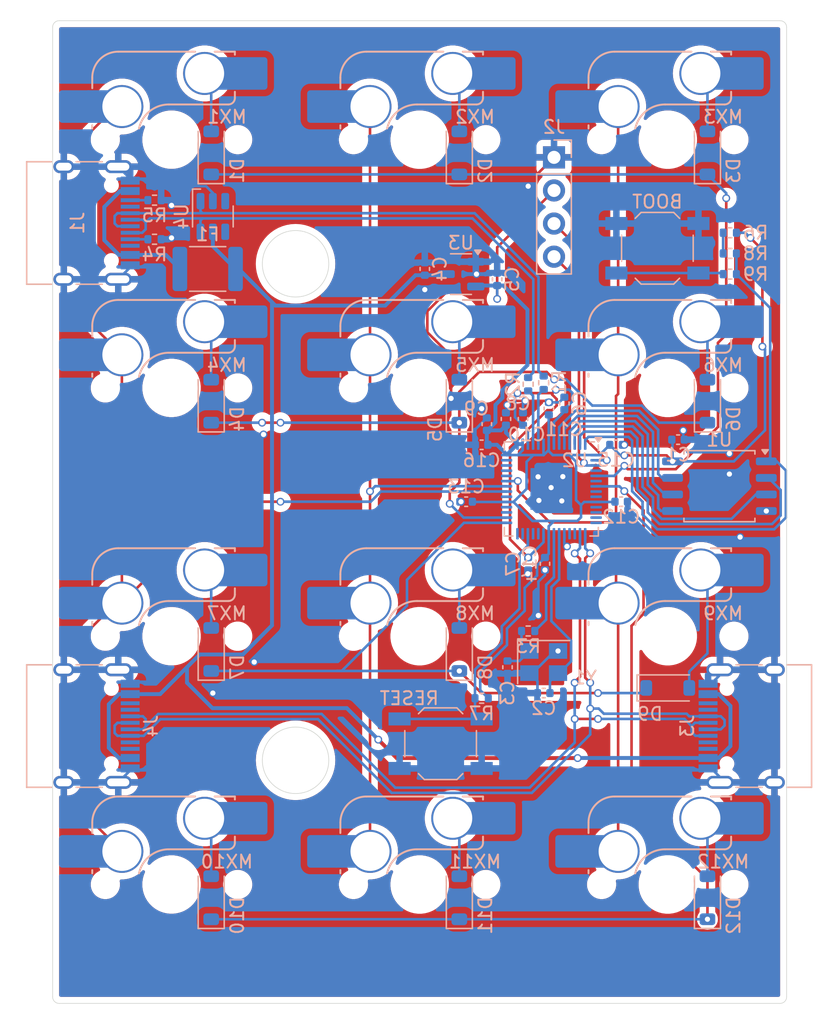
<source format=kicad_pcb>
(kicad_pcb (version 20240108) (generator "pcbnew") (generator_version "8.0")
  (layers (0 "F.Cu" signal) (31 "B.Cu" signal) (34 "B.Paste" user) (35 "F.Paste" user) (36 "B.SilkS" user "B.Silkscreen") (37 "F.SilkS" user "F.Silkscreen") (38 "B.Mask" user) (39 "F.Mask" user) (44 "Edge.Cuts" user))
  (net 0 "")
  (net 1 "Net-(BOOT1-Pad2)")
  (net 2 "GND")
  (net 3 "+3V3")
  (net 4 "XIN")
  (net 5 "Net-(C3-Pad2)")
  (net 6 "+5V")
  (net 7 "VBUS")
  (net 8 "Net-(J1-CC2)")
  (net 9 "USB_D-")
  (net 11 "USB_D+")
  (net 13 "Net-(J1-CC1)")
  (net 14 "SCL")
  (net 15 "SDA")
  (net 16 "Net-(U2-USB_DP)")
  (net 17 "Net-(U2-USB_DM)")
  (net 18 "XOUT")
  (net 19 "Net-(R6-Pad1)")
  (net 20 "RESET")
  (net 21 "QSPI_SS")
  (net 22 "QSPI_SCLK")
  (net 23 "QSPI_SD3")
  (net 24 "QSPI_SD1")
  (net 25 "QSPI_SD0")
  (net 26 "QSPI_SD2")
  (net 28 "ROW1")
  (net 31 "COL0")
  (net 39 "+1V1")
  (net 42 "COL2")
  (net 43 "ROW2")
  (net 44 "COL1")
  (net 51 "ROW3")
  (net 52 "ROW0")
  (net 53 "COL3")
  (net 54 "Net-(D7-A)")
  (net 57 "Net-(D1-A)")
  (net 58 "Net-(D2-A)")
  (net 59 "Net-(D3-A)")
  (net 60 "Net-(D4-A)")
  (net 61 "Net-(D5-A)")
  (net 62 "Net-(D6-A)")
  (net 63 "Net-(D8-A)")
  (net 64 "Net-(D9-A)")
  (net 65 "Net-(D10-A)")
  (net 66 "Net-(D11-A)")
  (net 67 "Net-(D12-A)")
  (net 69 "SPI0_TX")
  (net 70 "SPI0_RX")
  (footprint "PCM_marbastlib-mx:SW_MX_HS_CPG151101S11_1u" (layer "B.Cu") (at 0 0 180)
    (property "Reference" "MX1")
    (property "Value" "kailh hotswap socket")
  )
  (footprint "Resistor_SMD:R_0402_1005Metric" (layer "B.Cu") (at -1.30375 4.64375)
    (property "Reference" "R5")
    (property "Value" "5.1k")
  )
  (footprint "PCM_marbastlib-mx:SW_MX_HS_CPG151101S11_1u" (layer "B.Cu") (at 0 38.1 180)
    (property "Reference" "MX7")
    (property "Value" "kailh hotswap socket")
  )
  (footprint "Capacitor_SMD:C_0402_1005Metric" (layer "B.Cu") (at 26.9858 21.4299 90)
    (property "Reference" "C8")
    (property "Value" "1u")
  )
  (footprint "Diode_SMD:D_SOD-123" (layer "B.Cu") (at 41.146878 20.065625 90)
    (property "Reference" "D6")
    (property "Value" "D_Small")
  )
  (footprint "PCM_marbastlib-mx:SW_MX_HS_CPG151101S11_1u" (layer "B.Cu") (at 38.1 19.05 180)
    (property "Reference" "MX6")
    (property "Value" "kailh hotswap socket")
  )
  (footprint "Diode_SMD:D_SOD-123" (layer "B.Cu") (at 22.096878 1.015625 90)
    (property "Reference" "D2")
    (property "Value" "D_Small")
  )
  (footprint "PCM_marbastlib-mx:SW_MX_HS_CPG151101S11_1u" (layer "B.Cu") (at 19.05 38.1 180)
    (property "Reference" "MX8")
    (property "Value" "kailh hotswap socket")
  )
  (footprint "Button_Switch_SMD:SW_SPST_TL3342" (layer "B.Cu") (at 20.661 46.3472)
    (property "Reference" "RESET1" (hide yes))
    (property "Value" "SW_Push")
  )
  (footprint "Diode_SMD:D_SOD-123" (layer "B.Cu") (at 22.096878 58.165625 90)
    (property "Reference" "D11")
    (property "Value" "D_Small")
  )
  (footprint "Connector_USB:USB_C_Receptacle_HRO_TYPE-C-31-M-12" (layer "B.Cu") (at -7.22 6.39375 90)
    (property "Reference" "J1")
    (property "Value" "USB_C_Receptacle_USB2.0")
  )
  (footprint "Capacitor_SMD:C_0402_1005Metric" (layer "B.Cu") (at 27.38265 32.5417 -90)
    (property "Reference" "C7")
    (property "Value" "100n")
  )
  (footprint "Capacitor_SMD:C_0402_1005Metric" (layer "B.Cu") (at 30.1606 20.23935 90)
    (property "Reference" "C6")
    (property "Value" "100n")
  )
  (footprint "Capacitor_SMD:C_0402_1005Metric" (layer "B.Cu") (at 28.672436 32.5417 -90)
    (property "Reference" "C14")
    (property "Value" "100n")
  )
  (footprint "Capacitor_SMD:C_0402_1005Metric" (layer "B.Cu") (at 24.20785 21.82675 90)
    (property "Reference" "C9")
    (property "Value" "100n")
  )
  (footprint "Connector_PinHeader_2.54mm:PinHeader_1x04_P2.54mm_Vertical" (layer "B.Cu") (at 29.3669 1.35905 180)
    (property "Reference" "J2")
    (property "Value" "PinSocket_4P")
  )
  (footprint "Diode_SMD:D_SOD-123" (layer "B.Cu") (at 3.046878 1.015625 90)
    (property "Reference" "D1")
    (property "Value" "D_Small")
  )
  (footprint "Package_TO_SOT_SMD:SOT-23-3" (layer "B.Cu") (at 22.2236 10.3181 180)
    (property "Reference" "U3")
    (property "Value" "XC6206P332MR")
  )
  (footprint "Resistor_SMD:R_0402_1005Metric" (layer "B.Cu") (at 23.811 42.8598)
    (property "Reference" "R7")
    (property "Value" "5.1k")
  )
  (footprint "Fuse:Fuse_1812_4532Metric" (layer "B.Cu") (at 2.77795 9.92125 180)
    (property "Reference" "F1")
    (property "Value" "MF-MSMF050-2")
  )
  (footprint "Diode_SMD:D_SOD-123" (layer "B.Cu") (at 38.1 42.06875)
    (property "Reference" "D9")
    (property "Value" "D_Small")
  )
  (footprint "Crystal:Crystal_SMD_3225-4Pin_3.2x2.5mm" (layer "B.Cu") (at 28.575 40.08185)
    (property "Reference" "Y1")
    (property "Value" "X322512MSB4SI")
  )
  (footprint "Diode_SMD:D_SOD-123" (layer "B.Cu") (at 41.146878 58.165625 90)
    (property "Reference" "D12")
    (property "Value" "D_Small")
  )
  (footprint "Diode_SMD:D_SOD-123" (layer "B.Cu") (at 3.046878 20.065625 90)
    (property "Reference" "D4")
    (property "Value" "D_Small")
  )
  (footprint "Connector_USB:USB_C_Receptacle_HRO_TYPE-C-31-M-12" (layer "B.Cu") (at -7.22 44.99375 90)
    (property "Reference" "J4")
    (property "Value" "TYPE-C-31-M-12")
  )
  (footprint "Diode_SMD:D_SOD-123" (layer "B.Cu") (at 22.096878 39.115625 90)
    (property "Reference" "D8")
    (property "Value" "D_Small")
  )
  (footprint "Package_DFN_QFN:QFN-56-1EP_7x7mm_P0.4mm_EP3.2x3.2mm" (layer "B.Cu") (at 29.1606 26.8 180)
    (property "Reference" "U2")
    (property "Value" "RP2040")
  )
  (footprint "Connector_USB:USB_C_Receptacle_HRO_TYPE-C-31-M-12" (layer "B.Cu") (at 45.2409 44.99375 -90)
    (property "Reference" "J3")
    (property "Value" "TYPE-C-31-M-12")
  )
  (footprint "Capacitor_SMD:C_0402_1005Metric" (layer "B.Cu") (at 23.811 23.41415 180)
    (property "Reference" "C16")
    (property "Value" "1u")
  )
  (footprint "Capacitor_SMD:C_0402_1005Metric" (layer "B.Cu") (at 34.1291 23.41415)
    (property "Reference" "C15")
    (property "Value" "100n")
  )
  (footprint "Diode_SMD:D_SOD-123" (layer "B.Cu") (at 22.096878 20.065625 90)
    (property "Reference" "D5")
    (property "Value" "D_Small")
  )
  (footprint "Capacitor_SMD:C_0402_1005Metric" (layer "B.Cu") (at 28.575 42.46295)
    (property "Reference" "C2")
    (property "Value" "22p")
  )
  (footprint "Resistor_SMD:R_0402_1005Metric" (layer "B.Cu") (at -1.30375 7.64375)
    (property "Reference" "R4")
    (property "Value" "5.1k")
  )
  (footprint "Diode_SMD:D_SOD-123" (layer "B.Cu") (at 41.146878 1.015625 90)
    (property "Reference" "D3")
    (property "Value" "D_Small")
  )
  (footprint "Package_SO:SOIC-8_5.23x5.23mm_P1.27mm" (layer "B.Cu") (at 42.0661 26.58895 180)
    (property "Reference" "U1")
    (property "Value" "W25Q128JVSIQ")
  )
  (footprint "Button_Switch_SMD:SW_SPST_TL3342" (layer "B.Cu") (at 37.3039 8.33385 180)
    (property "Reference" "BOOT1" (hide yes))
    (property "Value" "SW_Push")
  )
  (footprint "Capacitor_SMD:C_0402_1005Metric" (layer "B.Cu") (at 25.00155 10.71495 90)
    (property "Reference" "C5")
    (property "Value" "1u")
  )
  (footprint "Resistor_SMD:R_0402_1005Metric" (layer "B.Cu") (at 42.8598 10.3181)
    (property "Reference" "R9")
    (property "Value" "1k")
  )
  (footprint "Diode_SMD:D_SOD-123" (layer "B.Cu") (at 3.046878 58.165625 90)
    (property "Reference" "D10")
    (property "Value" "D_Small")
  )
  (footprint "Capacitor_SMD:C_0402_1005Metric" (layer "B.Cu") (at 25.676609 21.433297 90)
    (property "Reference" "C10")
    (property "Value" "100n")
  )
  (footprint "Resistor_SMD:R_0402_1005Metric" (layer "B.Cu") (at 27.38265 18.7651 -90)
    (property "Reference" "R2")
    (property "Value" "27")
  )
  (footprint "Capacitor_SMD:C_0402_1005Metric" (layer "B.Cu") (at 34.52595 27.7795)
    (property "Reference" "C12")
    (property "Value" "100n")
  )
  (footprint "Capacitor_SMD:C_0402_1005Metric" (layer "B.Cu") (at 22.62045 27.7795 180)
    (property "Reference" "C13")
    (property "Value" "100n")
  )
  (footprint "PCM_marbastlib-mx:SW_MX_HS_CPG151101S11_1u" (layer "B.Cu") (at 19.05 0 180)
    (property "Reference" "MX2")
    (property "Value" "kailh hotswap socket")
  )
  (footprint "Diode_SMD:D_SOD-123" (layer "B.Cu") (at 3.046878 39.115625 90)
    (property "Reference" "D7")
    (property "Value" "D_Small")
  )
  (footprint "PCM_marbastlib-mx:SW_MX_HS_CPG151101S11_1u" (layer "B.Cu") (at 19.05 57.15 180)
    (property "Reference" "MX11")
    (property "Value" "kailh hotswap socket")
  )
  (footprint "PCM_marbastlib-mx:SW_MX_HS_CPG151101S11_1u" (layer "B.Cu") (at 38.1 57.15 180)
    (property "Reference" "MX12")
    (property "Value" "kailh hotswap socket")
  )
  (footprint "Capacitor_SMD:C_0402_1005Metric" (layer "B.Cu") (at 25.79525 40.4787 90)
    (property "Reference" "C3")
    (property "Value" "22p")
  )
  (footprint "Resistor_SMD:R_0402_1005Metric" (layer "B.Cu") (at 42.8598 8.7307 180)
    (property "Reference" "R8")
    (property "Value" "5.1k")
  )
  (footprint "Resistor_SMD:R_0402_1005Metric" (layer "B.Cu") (at 42.8598 7.1433)
    (property "Reference" "R6")
    (property "Value" "5.1k")
  )
  (footprint "PCM_marbastlib-various:SOT-23-6-routable" (layer "B.Cu") (at 3.175 5.89375 -90)
    (property "Reference" "U4")
    (property "Value" "SRV05-4")
  )
  (footprint "PCM_marbastlib-mx:SW_MX_HS_CPG151101S11_1u" (layer "B.Cu") (at 38.1 38.1 180)
    (property "Reference" "MX9")
    (property "Value" "kailh hotswap socket")
  )
  (footprint "PCM_marbastlib-mx:SW_MX_HS_CPG151101S11_1u" (layer "B.Cu") (at 0 57.15 180)
    (property "Reference" "MX10")
    (property "Value" "kailh hotswap socket")
  )
  (footprint "Capacitor_SMD:C_0402_1005Metric" (layer "B.Cu") (at 38.8913 23.0173)
    (property "Reference" "C1")
    (property "Value" "1u")
  )
  (footprint "Capacitor_SMD:C_0402_1005Metric" (layer "B.Cu") (at 19.44565 9.92125 90)
    (property "Reference" "C4")
    (property "Value" "1u")
  )
  (footprint "Capacitor_SMD:C_0402_1005Metric" (layer "B.Cu") (at 28.97005 20.6362 90)
    (property "Reference" "C11")
    (property "Value" "100n")
  )
  (footprint "Resistor_SMD:R_0402_1005Metric" (layer "B.Cu") (at 27.38265 37.70075)
    (property "Reference" "R3")
    (property "Value" "1k")
  )
  (footprint "PCM_marbastlib-mx:SW_MX_HS_CPG151101S11_1u" (layer "B.Cu") (at 19.05 19.05 180)
    (property "Reference" "MX5")
    (property "Value" "kailh hotswap socket")
  )
  (footprint "PCM_marbastlib-mx:SW_MX_HS_CPG151101S11_1u" (layer "B.Cu") (at 38.1 0 180)
    (property "Reference" "MX3")
    (property "Value" "kailh hotswap socket")
  )
  (footprint "PCM_marbastlib-mx:SW_MX_HS_CPG151101S11_1u" (layer "B.Cu") (at 0 19.05 180)
    (property "Reference" "MX4")
    (property "Value" "kailh hotswap socket")
  )
  (footprint "Resistor_SMD:R_0402_1005Metric" (layer "B.Cu") (at 28.5732 18.65195 -90)
    (property "Reference" "R1")
    (property "Value" "27")
  )
  (gr_arc (start -9.12755 -8.62755) (mid -8.981103 -8.981103) (end -8.62755 -9.12755) (stroke (width 0.05)) (layer "Edge.Cuts"))
  (gr_line (start 47.22515 -8.62755) (end 47.22515 65.77395) (stroke (width 0.05)) (layer "Edge.Cuts"))
  (gr_circle (center 9.5244 9.5244) (end 12.0744 9.5244) (stroke (width 0.05)) (fill none) (layer "Edge.Cuts"))
  (gr_arc (start 47.22515 65.77395) (mid 47.078703 66.127503) (end 46.72515 66.27395) (stroke (width 0.05)) (layer "Edge.Cuts"))
  (gr_arc (start 46.72515 -9.12755) (mid 47.078703 -8.981103) (end 47.22515 -8.62755) (stroke (width 0.05)) (layer "Edge.Cuts"))
  (gr_line (start -8.62755 -9.12755) (end 46.72515 -9.12755) (stroke (width 0.05)) (layer "Edge.Cuts"))
  (gr_line (start -9.12755 65.77395) (end -9.12755 -8.62755) (stroke (width 0.05)) (layer "Edge.Cuts"))
  (gr_line (start 46.72515 66.27395) (end -8.62755 66.27395) (stroke (width 0.05)) (layer "Edge.Cuts"))
  (gr_circle (center 9.5244 47.622) (end 12.0744 47.622) (stroke (width 0.05)) (fill none) (layer "Edge.Cuts"))
  (gr_arc (start -8.62755 66.27395) (mid -8.981103 66.127503) (end -9.12755 65.77395) (stroke (width 0.05)) (layer "Edge.Cuts"))
  (gr_text "BOOT" (at 37.3039 4.7622 0) (layer "B.SilkS") (effects (font (size 1 1)) (justify mirror)))
  (gr_text "RESET" (at 18.2551 42.8598 0) (layer "B.SilkS") (effects (font (size 1 1)) (justify mirror)))
  (segment (start 40.4539 10.23385) (end 42.26555 10.23385) (width 0.2) (layer "B.Cu") (net 1))
  (segment (start 34.1539 10.23385) (end 40.4539 10.23385) (width 0.2) (layer "B.Cu") (net 1))
  (segment (start 42.26555 10.23385) (end 42.3498 10.3181) (width 0.2) (layer "B.Cu") (net 1))
  (segment (start 39.196125 22.2236) (end 39.28815 22.315625) (width 0.2) (layer "F.Cu") (net 2))
  (segment (start 19.64 13.162283) (end 22.484183 10.3181) (width 0.2) (layer "F.Cu") (net 2))
  (segment (start 25.50104 20.6362) (end 23.811 20.6362) (width 0.2) (layer "F.Cu") (net 2))
  (segment (start 38.49445 22.2236) (end 39.196125 22.2236) (width 0.2) (layer "F.Cu") (net 2))
  (segment (start 43.6535 30.49395) (end 43.6661 30.49395) (width 0.2) (layer "F.Cu") (net 2))
  (segment (start 23.811 26.1921) (end 23.811 20.6362) (width 0.2) (layer "F.Cu") (net 2))
  (segment (start 21.463599 16.601316) (end 19.64 14.777717) (width 0.2) (layer "F.Cu") (net 2))
  (segment (start 22.484183 10.3181) (end 23.41415 10.3181) (width 0.2) (layer "F.Cu") (net 2))
  (segment (start 28.8595 20.04565) (end 28.97005 20.1562) (width 0.2) (layer "F.Cu") (net 2))
  (segment (start 42.832385 25.660235) (end 45.6661 28.49395) (width 0.2) (layer "F.Cu") (net 2))
  (segment (start 0 5.04375) (end 0 7.54015) (width 0.2) (layer "F.Cu") (net 2))
  (segment (start 21.463599 19.853722) (end 21.463599 16.601316) (width 0.2) (layer "F.Cu") (net 2))
  (segment (start 28.165 37.72185) (end 29.675 39.23185) (width 0.2) (layer "F.Cu") (net 2))
  (segment (start 37.3039 23.41415) (end 38.49445 22.2236) (width 0.2) (layer "F.Cu") (net 2))
  (segment (start 28.165 36.5102) (end 28.165 37.72185) (width 0.2) (layer "F.Cu") (net 2))
  (segment (start 27.1606 20.04565) (end 28.8595 20.04565) (width 0.2) (layer "F.Cu") (net 2))
  (segment (start 34.7661 23.41415) (end 37.3039 23.41415) (width 0.2) (layer "F.Cu") (net 2))
  (segment (start 25.775801 20.361439) (end 25.50104 20.6362) (width 0.2) (layer "F.Cu") (net 2))
  (segment (start 26.09159 20.04565) (end 25.775801 20.361439) (width 0.2) (layer "F.Cu") (net 2))
  (segment (start 29.3669 1.35905) (end 27.38265 3.3433) (width 0.2) (layer "F.Cu") (net 2))
  (segment (start 19.64 14.777717) (end 19.64 13.162283) (width 0.2) (layer "F.Cu") (net 2))
  (segment (start 43.6661 30.49395) (end 45.6661 28.49395) (width 0.2) (layer "F.Cu") (net 2))
  (segment (start 22.2236 27.7795) (end 23.811 26.1921) (width 0.2) (layer "F.Cu") (net 2))
  (segment (start 27.355235 33.307985) (end 28.386151 33.307985) (width 0.2) (layer "F.Cu") (net 2))
  (segment (start 42.832385 25.660235) (end 42.832385 24.08395) (width 0.2) (layer "F.Cu") (net 2))
  (segment (start 27.38265 3.3433) (end 27.38265 3.57165) (width 0.2) (layer "F.Cu") (net 2))
  (segment (start 27.1606 20.04565) (end 26.09159 20.04565) (width 0.2) (layer "F.Cu") (net 2))
  (segment (start 28.386151 33.307985) (end 28.672436 33.0217) (width 0.2) (layer "F.Cu") (net 2))
  (via (at 29.142914 26.69699) (size 0.6) (drill 0.4) (layers "F.Cu" "B.Cu") (net 2))
  (via (at 34.7661 23.41415) (size 0.6) (drill 0.4) (layers "F.Cu" "B.Cu") (net 2))
  (via (at 30.04325 25.854276) (size 0.6) (drill 0.4) (layers "F.Cu" "B.Cu") (net 2))
  (via (at 28.97005 20.1562) (size 0.6) (drill 0.4) (layers "F.Cu" "B.Cu") (net 2))
  (via (at 23.41415 10.3181) (size 0.6) (drill 0.4) (layers "F.Cu" "B.Cu") (net 2))
  (via (at 6.3496 40.08185) (size 0.6) (drill 0.4) (layers "F.Cu" "B.Cu") (net 2))
  (via (at 43.6535 30.49395) (size 0.6) (drill 0.4) (layers "F.Cu" "B.Cu") (net 2))
  (via (at 29.96402 27.719771) (size 0.6) (drill 0.4) (layers "F.Cu" "B.Cu") (net 2))
  (via (at 3.1748 42.46295) (size 0.6) (drill 0.4) (layers "F.Cu" "B.Cu") (net 2))
  (via (at 39.28815 22.315625) (size 0.6) (drill 0.4) (layers "F.Cu" "B.Cu") (net 2))
  (via (at 27.38265 3.57165) (size 0.6) (drill 0.4) (layers "F.Cu" "B.Cu") (net 2))
  (via (at 23.811 20.6362) (size 0.6) (drill 0.4) (layers "F.Cu" "B.Cu") (net 2))
  (via (at 28.165 36.5102) (size 0.6) (drill 0.4) (layers "F.Cu" "B.Cu") (net 2))
  (via (at 29.675 39.23185) (size 0.6) (drill 0.4) (layers "F.Cu" "B.Cu") (net 2))
  (via (at 28.206565 27.683758) (size 0.6) (drill 0.4) (layers "F.Cu" "B.Cu") (net 2))
  (via (at 0 5.04375) (size 0.6) (drill 0.4) (layers "F.Cu" "B.Cu") (net 2))
  (via (at 42.832385 24.08395) (size 0.6) (drill 0.4) (layers "F.Cu" "B.Cu") (net 2))
  (via (at 27.1606 20.04565) (size 0.6) (drill 0.4) (layers "F.Cu" "B.Cu") (net 2))
  (via (at 28.672436 33.0217) (size 0.6) (drill 0.4) (layers "F.Cu" "B.Cu") (net 2))
  (via (at 7.065 22.62045) (size 0.6) (drill 0.4) (layers "F.Cu" "B.Cu") (net 2))
  (via (at 21.463599 19.853722) (size 0.6) (drill 0.4) (layers "F.Cu" "B.Cu") (net 2))
  (via (at 19.44565 11.50865) (size 0.6) (drill 0.4) (layers "F.Cu" "B.Cu") (net 2))
  (via (at 42.832385 25.660235) (size 0.6) (drill 0.4) (layers "F.Cu" "B.Cu") (net 2))
  (via (at 30.3606 31.211792) (size 0.6) (drill 0.4) (layers "F.Cu" "B.Cu") (net 2))
  (via (at 27.355235 33.307985) (size 0.6) (drill 0.4) (layers "F.Cu" "B.Cu") (net 2))
  (via (at 45.6661 28.49395) (size 0.6) (drill 0.4) (layers "F.Cu" "B.Cu") (net 2))
  (via (at 22.2236 27.7795) (size 0.6) (drill 0.4) (layers "F.Cu" "B.Cu") (net 2))
  (via (at 0 7.54015) (size 0.6) (drill 0.4) (layers "F.Cu" "B.Cu") (net 2))
  (via (at 25.775801 20.361439) (size 0.6) (drill 0.4) (layers "F.Cu" "B.Cu") (net 2))
  (via (at 28.141741 25.868681) (size 0.6) (drill 0.4) (layers "F.Cu" "B.Cu") (net 2))
  (segment (start 30.1606 30.2375) (end 30.1606 31.011792) (width 0.2) (layer "B.Cu") (net 2))
  (segment (start 41.66925 23.0173) (end 42.661375 24.009425) (width 0.2) (layer "B.Cu") (net 2))
  (segment (start -4.09 49.31375) (end -8.27 49.31375) (width 0.2) (layer "B.Cu") (net 2))
  (segment (start -3.175 3.14375) (end -3.175 2.98875) (width 0.2) (layer "B.Cu") (net 2))
  (segment (start 23.811 20.6362) (end 23.028522 19.853722) (width 0.2) (layer "B.Cu") (net 2))
  (segment (start 23.811 20.6362) (end 23.811 20.9499) (width 0.2) (layer "B.Cu") (net 2))
  (segment (start -0.4 4.64375) (end 0 5.04375) (width 0.2) (layer "B.Cu") (net 2))
  (segment (start 27.38265 33.0217) (end 27.38265 33.28057) (width 0.2) (layer "B.Cu") (net 2))
  (segment (start 23.28795 9.44125) (end 23.3611 9.3681) (width 0.2) (layer "B.Cu") (net 2))
  (segment (start 28.672436 33.0217) (end 28.672436 33.405) (width 0.2) (layer "B.Cu") (net 2))
  (segment (start 35.00595 28.17141) (end 37.32849 30.49395) (width 0.2) (layer "B.Cu") (net 2))
  (segment (start 26.9858 20.9499) (end 26.9858 20.22045) (width 0.2) (layer "B.Cu") (net 2))
  (segment (start 23.41415 9.42115) (end 23.3611 9.3681) (width 0.2) (layer "B.Cu") (net 2))
  (segment (start 29.4232 39.23185) (end 27.7232 40.93185) (width 0.2) (layer "B.Cu") (net 2))
  (segment (start 42.661375 24.009425) (end 42.7359 24.08395) (width 0.2) (layer "B.Cu") (net 2))
  (segment (start -3.175 48.39875) (end -4.09 49.31375) (width 0.2) (layer "B.Cu") (net 2))
  (segment (start 25.8221 40.93185) (end 25.79525 40.9587) (width 0.2) (layer "B.Cu") (net 2))
  (segment (start 27.38265 33.28057) (end 27.355235 33.307985) (width 0.2) (layer "B.Cu") (net 2))
  (segment (start 19.44565 9.44125) (end 23.28795 9.44125) (width 0.2) (layer "B.Cu") (net 2))
  (segment (start 3.175 4.71875) (end 3.175 4.093751) (width 0.2) (layer "B.Cu") (net 2))
  (segment (start 24.20785 21.34675) (end 23.331 22.2236) (width 0.2) (layer "B.Cu") (net 2))
  (segment (start -8.27 40.67375) (end -4.09 40.67375) (width 0.2) (layer "B.Cu") (net 2))
  (segment (start 42.50775 40.67375) (end 46.68775 40.67375) (width 0.2) (layer "B.Cu") (net 2))
  (segment (start -3.175 41.58875) (end -4.09 40.67375) (width 0.2) (layer "B.Cu") (net 2))
  (segment (start 28.97005 20.1562) (end 29.76375 20.1562) (width 0.2) (layer "B.Cu") (net 2))
  (segment (start 28.095 42.46295) (end 28.095 41.55185) (width 0.2) (layer "B.Cu") (net 2))
  (segment (start -4.09 10.71375) (end -8.27 10.71375) (width 0.2) (layer "B.Cu") (net 2))
  (segment (start 41.59275 41.74375) (end 41.59275 41.58875) (width 0.2) (layer "B.Cu") (net 2))
  (segment (start 23.41415 10.3181) (end 23.41415 9.42115) (width 0.2) (layer "B.Cu") (net 2))
  (segment (start 17.511 48.2472) (end 23.811 48.2472) (width 0.2) (layer "B.Cu") (net 2))
  (segment (start 37.32849 30.49395) (end 43.6535 30.49395) (width 0.2) (layer "B.Cu") (net 2))
  (segment (start 28.672436 33.405) (end 28.165 33.912436) (width 0.2) (layer "B.Cu") (net 2))
  (segment (start 27.7232 40.93185) (end 27.475 40.93185) (width 0.2) (layer "B.Cu") (net 2))
  (segment (start 35.00595 27.7795) (end 35.00595 28.17141) (width 0.2) (layer "B.Cu") (net 2))
  (segment (start 26.9858 20.22045) (end 27.1606 20.04565) (width 0.2) (layer "B.Cu") (net 2))
  (segment (start 42.50775 49.31375) (end 46.68775 49.31375) (width 0.2) (layer "B.Cu") (net 2))
  (segment (start 25.775801 20.854105) (end 25.676609 20.953297) (width 0.2) (layer "B.Cu") (net 2))
  (segment (start 39.3713 23.0173) (end 41.66925 23.0173) (width 0.2) (layer "B.Cu") (net 2))
  (segment (start 39.28815 22.93415) (end 39.3713 23.0173) (width 0.2) (layer "B.Cu") (net 2))
  (segment (start -0.69015 7.54015) (end -0.79375 7.64375) (width 0.2) (layer "B.Cu") (net 2))
  (segment (start 30.1606 31.011792) (end 30.3606 31.211792) (width 0.2) (layer "B.Cu") (net 2))
  (segment (start 29.76375 20.1562) (end 30.1606 19.75935) (width 0.2) (layer "B.Cu") (net 2))
  (segment (start 23.811 20.9499) (end 24.20785 21.34675) (width 0.2) (layer "B.Cu") (net 2))
  (segment (start 1.4721 3.57165) (end 0 5.04375) (width 0.2) (layer "B.Cu") (net 2))
  (segment (start 22.14045 27.7795) (end 22.2236 27.7795) (width 0.2) (layer "B.Cu") (net 2))
  (segment (start 2.652899 3.57165) (end 1.4721 3.57165) (width 0.2) (layer "B.Cu") (net 2))
  (segment (start 28.165 33.912436) (end 28.165 36.5102) (width 0.2) (layer "B.Cu") (net 2))
  (segment (start -3.175 9.64375) (end -3.175 9.79875) (width 0.2) (layer "B.Cu") (net 2))
  (segment (start -0.79375 4.64375) (end -0.4 4.64375) (width 0.2) (layer "B.Cu") (net 2))
  (segment (start 27.475 40.93185) (end 25.8221 40.93185) (width 0.2) (layer "B.Cu") (net 2))
  (segment (start -4.09 2.07375) (end -8.27 2.07375) (width 0.2) (layer "B.Cu") (net 2))
  (segment (start 23.331 22.2236) (end 23.331 23.41415) (width 0.2) (layer "B.Cu") (net 2))
  (segment (start -3.175 2.98875) (end -4.09 2.07375) (width 0.2) (layer "B.Cu") (net 2))
  (segment (start 29.675 39.23185) (end 29.4232 39.23185) (width 0.2) (layer "B.Cu") (net 2))
  (segment (start 41.59275 48.39875) (end 42.50775 49.31375) (width 0.2) (layer "B.Cu") (net 2))
  (segment (start -3.175 48.24375) (end -3.175 48.39875) (width 0.2) (layer "B.Cu") (net 2))
  (segment (start 39.28815 22.315625) (end 39.28815 22.93415) (width 0.2) (layer "B.Cu") (net 2))
  (segment (start 41.59275 41.58875) (end 42.50775 40.67375) (width 0.2) (layer "B.Cu") (net 2))
  (segment (start 23.028522 19.853722) (end 21.463599 19.853722) (width 0.2) (layer "B.Cu") (net 2))
  (segment (start 41.59275 48.24375) (end 41.59275 48.39875) (width 0.2) (layer "B.Cu") (net 2))
  (segment (start -3.175 9.79875) (end -4.09 10.71375) (width 0.2) (layer "B.Cu") (net 2))
  (segment (start 0 7.54015) (end -0.69015 7.54015) (width 0.2) (layer "B.Cu") (net 2))
  (segment (start 42.7359 24.08395) (end 42.832385 24.08395) (width 0.2) (layer "B.Cu") (net 2))
  (segment (start 28.095 41.55185) (end 27.475 40.93185) (width 0.2) (layer "B.Cu") (net 2))
  (segment (start 34.1539 6.43385) (end 40.4539 6.43385) (width 0.2) (layer "B.Cu") (net 2))
  (segment (start 34.6091 23.41415) (end 34.7661 23.41415) (width 0.2) (layer "B.Cu") (net 2))
  (segment (start 3.175 4.093751) (end 2.652899 3.57165) (width 0.2) (layer "B.Cu") (net 2))
  (segment (start -3.175 41.74375) (end -3.175 41.58875) (width 0.2) (layer "B.Cu") (net 2))
  (segment (start 25.775801 20.361439) (end 25.775801 20.854105) (width 0.2) (layer "B.Cu") (net 2))
  (segment (start 34.7661 24.224142) (end 38.006292 24.224142) (width 0.2) (layer "F.Cu") (net 3))
  (segment (start 29.3669 3.89905) (end 25.00155 8.2644) (width 0.2) (layer "F.Cu") (net 3))
  (segment (start 45.3661 8.45905) (end 44.4472 7.54015) (width 0.2) (layer "F.Cu") (net 3))
  (segment (start 25.00155 8.2644) (end 25.00155 12.22) (width 0.2) (layer "F.Cu") (net 3))
  (segment (start 45.3661 15.874) (end 45.3661 8.45905) (width 0.2) (layer "F.Cu") (net 3))
  (segment (start 38.006292 24.224142) (end 38.4661 24.68395) (width 0.2) (layer "F.Cu") (net 3))
  (via (at 34.7661 24.224142) (size 0.6) (drill 0.4) (layers "F.Cu" "B.Cu") (net 3))
  (via (at 38.4661 24.68395) (size 0.6) (drill 0.4) (layers "F.Cu" "B.Cu") (net 3))
  (via (at 25.00155 12.22) (size 0.6) (drill 0.4) (layers "F.Cu" "B.Cu") (net 3))
  (via (at 44.4472 7.54015) (size 0.6) (drill 0.4) (layers "F.Cu" "B.Cu") (net 3))
  (via (at 45.3661 15.874) (size 0.6) (drill 0.4) (layers "F.Cu" "B.Cu") (net 3))
  (segment (start 25.7731 24.15) (end 26.5606 23.3625) (width 0.3) (layer "B.Cu") (net 3))
  (segment (start 25.405 19.813001) (end 24.869909 20.348092) (width 0.3) (layer "B.Cu") (net 3))
  (segment (start 44.05035 7.1433) (end 43.3698 7.1433) (width 0.2) (layer "B.Cu") (net 3))
  (segment (start 23.701 42.2398) (end 23.701 40.827864) (width 0.2) (layer "B.Cu") (net 3))
  (segment (start 28.9606 21.12565) (end 28.97005 21.1162) (width 0.2) (layer "B.Cu") (net 3))
  (segment (start 31.68045 27.8) (end 32.5981 27.8) (width 0.2) (layer "B.Cu") (net 3))
  (segment (start 24.20785 22.30675) (end 24.20785 23.331) (width 0.3) (layer "B.Cu") (net 3))
  (segment (start 28.9606 23.8126) (end 28.5732 24.2) (width 0.2) (layer "B.Cu") (net 3))
  (segment (start 28.9606 23.3625) (end 28.9606 21.12565) (width 0.2) (layer "B.Cu") (net 3))
  (segment (start 25.7231 24.15) (end 25.7731 24.15) (width 0.3) (layer "B.Cu") (net 3))
  (segment (start 28.062436 33.449314) (end 28.062436 32.6717) (width 0.2) (layer "B.Cu") (net 3))
  (segment (start 32.5981 27.8) (end 34.02545 27.8) (width 0.2) (layer "B.Cu") (net 3))
  (segment (start 27.2606 26.79636) (end 27.2606 24.7189) (width 0.2) (layer "B.Cu") (net 3))
  (segment (start 25.48155 11.19495) (end 27.32635 13.03975) (width 0.3) (layer "B.Cu") (net 3))
  (segment (start 28.9606 29.664457) (end 29.3669 29.258157) (width 0.2) (layer "B.Cu") (net 3))
  (segment (start 27.7795 24.2) (end 28.5732 24.2) (width 0.2) (layer "B.Cu") (net 3))
  (segment (start 32.5981 24.2) (end 32.86325 24.2) (width 0.2) (layer "B.Cu") (net 3))
  (segment (start 25.676609 21.913297) (end 25.676609 22.478509) (width 0.3) (layer "B.Cu") (net 3))
  (segment (start 24.20785 22.30675) (end 25.283156 22.30675) (width 0.3) (layer "B.Cu") (net 3))
  (segment (start 24.869909 20.348092) (end 24.869909 21.691537) (width 0.3) (layer "B.Cu") (net 3))
  (segment (start 43.1774 24.68395) (end 45.5661 22.29525) (width 0.2) (layer "B.Cu") (net 3))
  (segment (start 27.32635 17.301766) (end 25.405 19.223116) (width 0.3) (layer "B.Cu") (net 3))
  (segment (start 23.701 40.827864) (end 25.755 38.773864) (width 0.2) (layer "B.Cu") (net 3))
  (segment (start 29.26424 24.2) (end 32.5981 24.2) (width 0.2) (layer "B.Cu") (net 3))
  (segment (start 34.7661 24.224142) (end 34.459092 24.224142) (width 0.2) (layer "B.Cu") (net 3))
  (segment (start 38.4661 24.68395) (end 43.1774 24.68395) (width 0.2) (layer "B.Cu") (net 3))
  (segment (start 25.00155 11.19495) (end 25.48155 11.19495) (width 0.3) (layer "B.Cu") (net 3))
  (segment (start 25.00155 12.22) (end 25.00155 11.19495) (width 0.2) (layer "B.Cu") (net 3))
  (segment (start 45.5661 16.074) (end 45.3661 15.874) (width 0.2) (layer "B.Cu") (net 3))
  (segment (start 34.02545 27.8) (end 34.04595 27.7795) (width 0.2) (layer "B.Cu") (net 3))
  (segment (start 28.9606 23.89636) (end 29.26424 24.2) (width 0.2) (layer "B.Cu") (net 3))
  (segment (start 23.43425 11.19495) (end 23.3611 11.2681) (width 0.3) (layer "B.Cu") (net 3))
  (segment (start 31.0606 27.65968) (end 31.0606 24.711) (width 0.2) (layer "B.Cu") (net 3))
  (segment (start 25.676609 22.478509) (end 26.5606 23.3625) (width 0.3) (layer "B.Cu") (net 3))
  (segment (start 31.155974 29.258157) (end 31.440685 28.973446) (width 0.2) (layer "B.Cu") (net 3))
  (segment (start 25.00155 11.19495) (end 23.43425 11.19495) (width 0.3) (layer "B.Cu") (net 3))
  (segment (start 24.254696 22.30675) (end 24.20785 22.30675) (width 0.3) (layer "B.Cu") (net 3))
  (segment (start 28.9606 23.8126) (end 28.9606 23.89636) (width 0.2) (layer "B.Cu") (net 3))
  (segment (start 25.405 19.223116) (end 25.405 19.813001) (width 0.3) (layer "B.Cu") (net 3))
  (segment (start 28.672436 32.0617) (end 28.9606 31.773536) (width 0.2) (layer "B.Cu") (net 3))
  (segment (start 25.755 37.512986) (end 27.115 36.152986) (width 0.2) (layer "B.Cu") (net 3))
  (segment (start 31.440685 28.039765) (end 31.0606 27.65968) (width 0.2) (layer "B.Cu") (net 3))
  (segment (start 28.062436 32.6717) (end 28.672436 32.0617) (width 0.2) (layer "B.Cu") (net 3))
  (segment (start 26.9606 23.3625) (end 26.9606 23.82835) (width 0.2) (layer "B.Cu") (net 3))
  (segment (start 25.7231 27.8) (end 26.25696 27.8) (width 0.2) (layer "B.Cu") (net 3))
  (segment (start 31.0606 24.711) (end 30.5496 24.2) (width 0.2) (layer "B.Cu") (net 3))
  (segment (start 45.5661 22.29525) (end 45.5661 16.074) (width 0.2) (layer "B.Cu") (net 3))
  (segment (start 38.4661 23.0721) (end 38.4113 23.0173) (width 0.2) (layer "B.Cu") (net 3))
  (segment (start 24.98725 23.41415) (end 25.7231 24.15) (width 0.3) (layer "B.Cu") (net 3))
  (segment (start 32.86325 24.2) (end 33.6491 23.41415) (width 0.2) (layer "B.Cu") (net 3))
  (segment (start 44.4472 7.54015) (end 44.05035 7.1433) (width 0.2) (layer "B.Cu") (net 3))
  (segment (start 24.869909 21.691537) (end 24.254696 22.30675) (width 0.3) (layer "B.Cu") (net 3))
  (segment (start 26.58895 24.2) (end 27.7795 24.2) (width 0.2) (layer "B.Cu") (net 3))
  (segment (start 26.9606 23.82835) (end 26.58895 24.2) (width 0.2) (layer "B.Cu") (net 3))
  (segment (start 38.4661 24.68395) (end 38.4661 23.0721) (width 0.2) (layer "B.Cu") (net 3))
  (segment (start 27.115 34.39675) (end 28.062436 33.449314) (width 0.2) (layer "B.Cu") (net 3))
  (segment (start 28.5606 24.1874) (end 28.5732 24.2) (width 0.2) (layer "B.Cu") (net 3))
  (segment (start 29.3669 29.258157) (end 31.155974 29.258157) (width 0.2) (layer "B.Cu") (net 3))
  (segment (start 25.283156 22.30675) (end 25.676609 21.913297) (width 0.3) (layer "B.Cu") (net 3))
  (segment (start 23.12095 27.8) (end 25.7231 27.8) (width 0.2) (layer "B.Cu") (net 3))
  (segment (start 31.440685 28.973446) (end 31.440685 28.039765) (width 0.2) (layer "B.Cu") (net 3))
  (segment (start 24.321 42.8598) (end 23.701 42.2398) (width 0.2) (layer "B.Cu") (net 3))
  (segment (start 24.20785 23.331) (end 24.291 23.41415) (width 0.3) (layer "B.Cu") (net 3))
  (segment (start 27.2606 24.7189) (end 27.7795 24.2) (width 0.2) (layer "B.Cu") (net 3))
  (segment (start 28.5606 23.3625) (end 28.5606 24.1874) (width 0.2) (layer "B.Cu") (net 3))
  (segment (start 28.9606 31.773536) (end 28.9606 30.2375) (width 0.2) (layer "B.Cu") (net 3))
  (segment (start 30.5496 24.2) (end 30.1606 24.2) (width 0.2) (layer "B.Cu") (net 3))
  (segment (start 27.32635 13.03975) (end 27.32635 17.301766) (width 0.3) (layer "B.Cu") (net 3))
  (segment (start 26.25696 27.8) (end 27.715117 29.258157) (width 0.2) (layer "B.Cu") (net 3))
  (segment (start 23.10045 27.7795) (end 23.12095 27.8) (width 0.2) (layer "B.Cu") (net 3))
  (segment (start 31.440685 28.039765) (end 31.68045 27.8) (width 0.2) (layer "B.Cu") (net 3))
  (segment (start 25.7231 24.2) (end 26.58895 24.2) (width 0.2) (layer "B.Cu") (net 3))
  (segment (start 27.715117 29.258157) (end 29.3669 29.258157) (width 0.2) (layer "B.Cu") (net 3))
  (segment (start 28.9606 23.3625) (end 28.9606 23.8126) (width 0.2) (layer "B.Cu") (net 3))
  (segment (start 28.9606 30.2375) (end 28.9606 29.664457) (width 0.2) (layer "B.Cu") (net 3))
  (segment (start 25.755 38.773864) (end 25.755 37.512986) (width 0.2) (layer "B.Cu") (net 3))
  (segment (start 34.459092 24.224142) (end 33.6491 23.41415) (width 0.2) (layer "B.Cu") (net 3))
  (segment (start 26.5606 23.3625) (end 26.9106 23.3625) (width 0.3) (layer "B.Cu") (net 3))
  (segment (start 27.115 36.152986) (end 27.115 34.39675) (width 0.2) (layer "B.Cu") (net 3))
  (segment (start 26.25696 27.8) (end 27.2606 26.79636) (width 0.2) (layer "B.Cu") (net 3))
  (segment (start 24.291 23.41415) (end 24.98725 23.41415) (width 0.3) (layer "B.Cu") (net 3))
  (segment (start 29.522972 33.967284) (end 29.165 34.325256) (width 0.2) (layer "B.Cu") (net 4))
  (segment (start 29.775 40.93185) (end 29.675 40.93185) (width 0.2) (layer "B.Cu") (net 4))
  (segment (start 30.675 38.4494) (end 30.675 40.03185) (width 0.2) (layer "B.Cu") (net 4))
  (segment (start 30.675 40.03185) (end 29.775 40.93185) (width 0.2) (layer "B.Cu") (net 4))
  (segment (start 29.526285 33.967284) (end 29.522972 33.967284) (width 0.2) (layer "B.Cu") (net 4))
  (segment (start 29.055 41.55185) (end 29.675 40.93185) (width 0.2) (layer "B.Cu") (net 4))
  (segment (start 29.7606 30.2375) (end 29.7606 33.732969) (width 0.2) (layer "B.Cu") (net 4))
  (segment (start 29.055 42.46295) (end 29.055 41.55185) (width 0.2) (layer "B.Cu") (net 4))
  (segment (start 29.165 36.9394) (end 30.675 38.4494) (width 0.2) (layer "B.Cu") (net 4))
  (segment (start 29.7606 33.732969) (end 29.526285 33.967284) (width 0.2) (layer "B.Cu") (net 4))
  (segment (start 29.165 34.325256) (end 29.165 36.9394) (width 0.2) (layer "B.Cu") (net 4))
  (segment (start 26.87265 37.70075) (end 26.87265 38.6295) (width 0.2) (layer "B.Cu") (net 5))
  (segment (start 26.70815 39.9987) (end 27.475 39.23185) (width 0.2) (layer "B.Cu") (net 5))
  (segment (start 26.87265 38.6295) (end 27.475 39.23185) (width 0.2) (layer "B.Cu") (net 5))
  (segment (start 25.79525 39.9987) (end 26.70815 39.9987) (width 0.2) (layer "B.Cu") (net 5))
  (segment (start 31.18014 47.45099) (end 17.29039 47.45099) (width 0.3) (layer "F.Cu") (net 6))
  (segment (start 17.29039 47.45099) (end 15.874 46.0346) (width 0.3) (layer "F.Cu") (net 6))
  (via (at 15.874 46.0346) (size 0.6) (drill 0.4) (layers "F.Cu" "B.Cu") (net 6))
  (via (at 31.18014 47.45099) (size 0.6) (drill 0.4) (layers "F.Cu" "B.Cu") (net 6))
  (segment (start -3.175 42.54375) (end -0.8745 42.54375) (width 0.3) (layer "B.Cu") (net 6))
  (segment (start -4.81535 43.324405) (end -4.034695 42.54375) (width 0.3) (layer "B.Cu") (net 6))
  (segment (start 21.0861 10.3181) (end 21.00295 10.40125) (width 0.3) (layer "B.Cu") (net 6))
  (segment (start 18.7351 10.40125) (end 19.44565 10.40125) (width 0.3) (layer "B.Cu") (net 6))
  (segment (start 5.15905 9.92125) (end 4.91545 9.92125) (width 0.3) (layer "B.Cu") (net 6))
  (segment (start 7.715 37.268122) (end 7.715 12.4772) (width 0.3) (layer "B.Cu") (net 6))
  (segment (start 4.91545 9.92125) (end 3.175 8.1808) (width 0.3) (layer "B.Cu") (net 6))
  (segment (start 31.18014 47.45099) (end 31.18738 47.44375) (width 0.3) (layer "B.Cu") (net 6))
  (segment (start 2.167697 39.501553) (end 5.481569 39.501553) (width 0.3) (layer "B.Cu") (net 6))
  (segment (start 1.19055 41.66925) (end 1.19055 40.4787) (width 0.3) (layer "B.Cu") (net 6))
  (segment (start 21.00295 10.40125) (end 19.44565 10.40125) (width 0.3) (layer "B.Cu") (net 6))
  (segment (start 13.456108 43.616708) (end 3.138008 43.616708) (width 0.3) (layer "B.Cu") (net 6))
  (segment (start -4.034695 47.44375) (end -4.81535 46.663095) (width 0.3) (layer "B.Cu") (net 6))
  (segment (start -4.81535 46.663095) (end -4.81535 43.324405) (width 0.3) (layer "B.Cu") (net 6))
  (segment (start 15.874 46.0346) (end 13.456108 43.616708) (width 0.3) (layer "B.Cu") (net 6))
  (segment (start 16.403134 12.733216) (end 7.971016 12.733216) (width 0.3) (layer "B.Cu") (net 6))
  (segment (start 42.003728 42.54375) (end 41.59275 42.54375) (width 0.3) (layer "B.Cu") (net 6))
  (segment (start 41.996828 47.44375) (end 42.91295 46.527628) (width 0.3) (layer "B.Cu") (net 6))
  (segment (start -4.034695 42.54375) (end -3.175 42.54375) (width 0.3) (layer "B.Cu") (net 6))
  (segment (start 7.971016 12.733216) (end 7.715 12.4772) (width 0.3) (layer "B.Cu") (net 6))
  (segment (start 7.715 12.4772) (end 5.15905 9.92125) (width 0.3) (layer "B.Cu") (net 6))
  (segment (start -3.175 47.44375) (end -4.034695 47.44375) (width 0.3) (layer "B.Cu") (net 6))
  (segment (start 42.91295 43.452972) (end 42.003728 42.54375) (width 0.3) (layer "B.Cu") (net 6))
  (segment (start 3.175 8.1808) (end 3.175 7.06875) (width 0.3) (layer "B.Cu") (net 6))
  (segment (start 31.18738 47.44375) (end 41.996828 47.44375) (width 0.3) (layer "B.Cu") (net 6))
  (segment (start 3.138008 43.616708) (end 1.19055 41.66925) (width 0.3) (layer "B.Cu") (net 6))
  (segment (start -0.8745 42.54375) (end 1.19055 40.4787) (width 0.3) (layer "B.Cu") (net 6))
  (segment (start 42.91295 46.527628) (end 42.91295 43.452972) (width 0.3) (layer "B.Cu") (net 6))
  (segment (start 18.7351 10.40125) (end 16.403134 12.733216) (width 0.3) (layer "B.Cu") (net 6))
  (segment (start 1.19055 40.4787) (end 2.167697 39.501553) (width 0.3) (layer "B.Cu") (net 6))
  (segment (start 5.481569 39.501553) (end 7.715 37.268122) (width 0.3) (layer "B.Cu") (net 6))
  (segment (start -3.175 8.84375) (end -0.43705 8.84375) (width 0.3) (layer "B.Cu") (net 7))
  (segment (start -4.034695 8.84375) (end -5.15905 7.719395) (width 0.3) (layer "B.Cu") (net 7))
  (segment (start -0.43705 8.84375) (end 0.64045 9.92125) (width 0.3) (layer "B.Cu") (net 7))
  (segment (start -3.94375 3.94375) (end -3.175 3.94375) (width 0.3) (layer "B.Cu") (net 7))
  (segment (start -3.175 8.84375) (end -4.034695 8.84375) (width 0.3) (layer "B.Cu") (net 7))
  (segment (start -5.15905 7.719395) (end -5.15905 5.15905) (width 0.3) (layer "B.Cu") (net 7))
  (segment (start -5.15905 5.15905) (end -3.94375 3.94375) (width 0.3) (layer "B.Cu") (net 7))
  (segment (start -1.81375 4.64375) (end -3.175 4.64375) (width 0.2) (layer "B.Cu") (net 8))
  (segment (start 27.77635 10.7118) (end 27.77635 17.8614) (width 0.2) (layer "B.Cu") (net 9))
  (segment (start -1.98425 6.875326) (end -2.252674 7.14375) (width 0.2) (layer "B.Cu") (net 9))
  (segment (start 2.225 6.19985) (end 2.3811 6.04375) (width 0.2) (layer "B.Cu") (net 9))
  (segment (start -2.2 6.14375) (end -1.98425 6.3595) (width 0.2) (layer "B.Cu") (net 9))
  (segment (start -2.252674 7.14375) (end -3.175 7.14375) (width 0.2) (layer "B.Cu") (net 9))
  (segment (start 27.77635 17.8614) (end 27.38265 18.2551) (width 0.2) (layer "B.Cu") (net 9))
  (segment (start 23.1083 6.04375) (end 27.77635 10.7118) (width 0.2) (layer "B.Cu") (net 9))
  (segment (start -3.175 6.14375) (end -2.2 6.14375) (width 0.2) (layer "B.Cu") (net 9))
  (segment (start 2.225 7.06875) (end 2.225 6.19985) (width 0.2) (layer "B.Cu") (net 9))
  (segment (start -1.6685 6.04375) (end 2.3811 6.04375) (width 0.2) (layer "B.Cu") (net 9))
  (segment (start 2.3811 6.04375) (end 23.1083 6.04375) (width 0.2) (layer "B.Cu") (net 9))
  (segment (start -1.98425 6.3595) (end -1.6685 6.04375) (width 0.2) (layer "B.Cu") (net 9))
  (segment (start -1.98425 6.3595) (end -1.98425 6.875326) (width 0.2) (layer "B.Cu") (net 9))
  (segment (start 23.273986 5.64375) (end 28.17635 10.546114) (width 0.2) (layer "B.Cu") (net 11))
  (segment (start -4.36535 6.4284) (end -4.36535 5.8591) (width 0.2) (layer "B.Cu") (net 11))
  (segment (start 28.17635 10.546114) (end 28.17635 17.7451) (width 0.2) (layer "B.Cu") (net 11))
  (segment (start -4.15 5.64375) (end -3.175 5.64375) (width 0.2) (layer "B.Cu") (net 11))
  (segment (start 2.3811 5.64375) (end 23.273986 5.64375) (width 0.2) (layer "B.Cu") (net 11))
  (segment (start -4.15 6.64375) (end -4.36535 6.4284) (width 0.2) (layer "B.Cu") (net 11))
  (segment (start 28.17635 17.7451) (end 28.5732 18.14195) (width 0.2) (layer "B.Cu") (net 11))
  (segment (start -3.175 5.64375) (end 2.3811 5.64375) (width 0.2) (layer "B.Cu") (net 11))
  (segment (start -3.175 6.64375) (end -4.15 6.64375) (width 0.2) (layer "B.Cu") (net 11))
  (segment (start 2.225 4.71875) (end 2.225 5.48765) (width 0.2) (layer "B.Cu") (net 11))
  (segment (start -4.36535 5.8591) (end -4.15 5.64375) (width 0.2) (layer "B.Cu") (net 11))
  (segment (start 2.225 5.48765) (end 2.3811 5.64375) (width 0.2) (layer "B.Cu") (net 11))
  (segment (start -1.81375 7.64375) (end -3.175 7.64375) (width 0.2) (layer "B.Cu") (net 13))
  (segment (start 33.414852 24.594902) (end 31.680829 22.860879) (width 0.2) (layer "F.Cu") (net 14))
  (segment (start 31.680829 22.860879) (end 31.680829 8.752979) (width 0.2) (layer "F.Cu") (net 14))
  (segment (start 31.680829 8.752979) (end 29.3669 6.43905) (width 0.2) (layer "F.Cu") (net 14))
  (via (at 33.414852 24.594902) (size 0.6) (drill 0.4) (layers "F.Cu" "B.Cu") (net 14))
  (segment (start 32.5981 24.6) (end 33.409754 24.6) (width 0.2) (layer "B.Cu") (net 14))
  (segment (start 33.409754 24.6) (end 33.414852 24.594902) (width 0.2) (layer "B.Cu") (net 14))
  (segment (start 31.280829 10.892979) (end 29.3669 8.97905) (width 0.2) (layer "F.Cu") (net 15))
  (segment (start 31.280829 24.420229) (end 31.280829 10.892979) (width 0.2) (layer "F.Cu") (net 15))
  (segment (start 31.6606 24.8) (end 31.280829 24.420229) (width 0.2) (layer "F.Cu") (net 15))
  (via (at 31.6606 24.8) (size 0.6) (drill 0.4) (layers "F.Cu" "B.Cu") (net 15))
  (segment (start 32.5981 25) (end 31.8606 25) (width 0.2) (layer "B.Cu") (net 15))
  (segment (start 31.8606 25) (end 31.6606 24.8) (width 0.2) (layer "B.Cu") (net 15))
  (segment (start 28.5732 19.16195) (end 28.1606 19.57455) (width 0.2) (layer "B.Cu") (net 16))
  (segment (start 28.1606 19.57455) (end 28.1606 23.3625) (width 0.2) (layer "B.Cu") (net 16))
  (segment (start 27.7606 19.65305) (end 27.7606 23.3625) (width 0.2) (layer "B.Cu") (net 17))
  (segment (start 27.38265 19.2751) (end 27.7606 19.65305) (width 0.2) (layer "B.Cu") (net 17))
  (segment (start 27.89265 37.70075) (end 28.765 36.8284) (width 0.2) (layer "B.Cu") (net 18))
  (segment (start 28.765 34.15957) (end 29.32287 33.6017) (width 0.2) (layer "B.Cu") (net 18))
  (segment (start 29.326184 33.6017) (end 29.3606 33.567284) (width 0.2) (layer "B.Cu") (net 18))
  (segment (start 29.32287 33.6017) (end 29.326184 33.6017) (width 0.2) (layer "B.Cu") (net 18))
  (segment (start 28.765 36.8284) (end 28.765 34.15957) (width 0.2) (layer "B.Cu") (net 18))
  (segment (start 29.3606 33.567284) (end 29.3606 30.2375) (width 0.2) (layer "B.Cu") (net 18))
  (segment (start 42.3498 8.7307) (end 42.3498 7.1433) (width 0.2) (layer "B.Cu") (net 19))
  (segment (start 27.3606 31.147616) (end 26.715 31.793216) (width 0.2) (layer "B.Cu") (net 20))
  (segment (start 26.715 31.793216) (end 26.715 35.9873) (width 0.2) (layer "B.Cu") (net 20))
  (segment (start 23.301 43.9372) (end 23.811 44.4472) (width 0.2) (layer "B.Cu") (net 20))
  (segment (start 25.355 38.608178) (end 23.301 40.662178) (width 0.2) (layer "B.Cu") (net 20))
  (segment (start 23.301 40.662178) (end 23.301 42.8598) (width 0.2) (layer "B.Cu") (net 20))
  (segment (start 26.715 35.9873) (end 25.355 37.3473) (width 0.2) (layer "B.Cu") (net 20))
  (segment (start 25.355 37.3473) (end 25.355 38.608178) (width 0.2) (layer "B.Cu") (net 20))
  (segment (start 23.301 42.8598) (end 23.301 43.9372) (width 0.2) (layer "B.Cu") (net 20))
  (segment (start 27.3606 30.2375) (end 27.3606 31.147616) (width 0.2) (layer "B.Cu") (net 20))
  (segment (start 23.811 44.4472) (end 17.511 44.4472) (width 0.2) (layer "B.Cu") (net 20))
  (segment (start 31.7606 23.057518) (end 32.013968 22.80415) (width 0.2) (layer "B.Cu") (net 21))
  (segment (start 31.7606 23.3625) (end 31.7606 23.057518) (width 0.2) (layer "B.Cu") (net 21))
  (segment (start 47.1661 25.383951) (end 46.466099 24.68395) (width 0.2) (layer "B.Cu") (net 21))
  (segment (start 45.9661 24.38395) (end 45.6661 24.68395) (width 0.2) (layer "B.Cu") (net 21))
  (segment (start 45.9661 12.9144) (end 45.9661 24.38395) (width 0.2) (layer "B.Cu") (net 21))
  (segment (start 46.272338 29.89395) (end 47.1661 29.000188) (width 0.2) (layer "B.Cu") (net 21))
  (segment (start 35.3661 23.08899) (end 35.3661 26.9795) (width 0.2) (layer "B.Cu") (net 21))
  (segment (start 37.294176 29.89395) (end 46.272338 29.89395) (width 0.2) (layer "B.Cu") (net 21))
  (segment (start 32.013968 22.80415) (end 35.08126 22.80415) (width 0.2) (layer "B.Cu") (net 21))
  (segment (start 47.1661 29.000188) (end 47.1661 25.383951) (width 0.2) (layer "B.Cu") (net 21))
  (segment (start 35.3661 26.9795) (end 36.1661 27.7795) (width 0.2) (layer "B.Cu") (net 21))
  (segment (start 46.466099 24.68395) (end 45.6661 24.68395) (width 0.2) (layer "B.Cu") (net 21))
  (segment (start 36.1661 28.765874) (end 37.294176 29.89395) (width 0.2) (layer "B.Cu") (net 21))
  (segment (start 43.3698 10.3181) (end 43.3698 8.7307) (width 0.2) (layer "B.Cu") (net 21))
  (segment (start 35.08126 22.80415) (end 35.3661 23.08899) (width 0.2) (layer "B.Cu") (net 21))
  (segment (start 36.1661 27.7795) (end 36.1661 28.765874) (width 0.2) (layer "B.Cu") (net 21))
  (segment (start 43.3698 10.3181) (end 45.9661 12.9144) (width 0.2) (layer "B.Cu") (net 21))
  (segment (start 31.17762 21.20415) (end 30.1606 22.22117) (width 0.2) (layer "B.Cu") (net 22))
  (segment (start 38.4661 27.22395) (end 37.873294 27.22395) (width 0.2) (layer "B.Cu") (net 22))
  (segment (start 36.9661 26.316756) (end 36.9661 22.426246) (width 0.2) (layer "B.Cu") (net 22))
  (segment (start 30.1606 22.22117) (end 30.1606 23.3625) (width 0.2) (layer "B.Cu") (net 22))
  (segment (start 35.744004 21.20415) (end 31.17762 21.20415) (width 0.2) (layer "B.Cu") (net 22))
  (segment (start 36.9661 22.426246) (end 35.744004 21.20415) (width 0.2) (layer "B.Cu") (net 22))
  (segment (start 37.873294 27.22395) (end 36.9661 26.316756) (width 0.2) (layer "B.Cu") (net 22))
  (segment (start 38.4661 25.95395) (end 37.666101 25.95395) (width 0.2) (layer "B.Cu") (net 23))
  (segment (start 31.011934 20.80415) (end 29.7606 22.055484) (width 0.2) (layer "B.Cu") (net 23))
  (segment (start 37.3661 22.26056) (end 35.90969 20.80415) (width 0.2) (layer "B.Cu") (net 23))
  (segment (start 37.3661 25.653949) (end 37.3661 22.26056) (width 0.2) (layer "B.Cu") (net 23))
  (segment (start 29.7606 22.055484) (end 29.7606 23.3625) (width 0.2) (layer "B.Cu") (net 23))
  (segment (start 35.90969 20.80415) (end 31.011934 20.80415) (width 0.2) (layer "B.Cu") (net 23))
  (segment (start 37.666101 25.95395) (end 37.3661 25.653949) (width 0.2) (layer "B.Cu") (net 23))
  (segment (start 46.7661 28.834502) (end 46.7661 26.883398) (width 0.2) (layer "B.Cu") (net 24))
  (segment (start 36.5661 28.600188) (end 37.459862 29.49395) (width 0.2) (layer "B.Cu") (net 24))
  (segment (start 46.106652 29.49395) (end 46.7661 28.834502) (width 0.2) (layer "B.Cu") (net 24))
  (segment (start 45.836652 25.95395) (end 45.6661 25.95395) (width 0.2) (layer "B.Cu") (net 24))
  (segment (start 35.7661 22.923304) (end 35.7661 26.813814) (width 0.2) (layer "B.Cu") (net 24))
  (segment (start 31.3606 22.718228) (end 31.674678 22.40415) (width 0.2) (layer "B.Cu") (net 24))
  (segment (start 31.674678 22.40415) (end 35.246945 22.40415) (width 0.2) (layer "B.Cu") (net 24))
  (segment (start 31.3606 23.3625) (end 31.3606 22.718228) (width 0.2) (layer "B.Cu") (net 24))
  (segment (start 35.31331 22.470515) (end 35.463246 22.62045) (width 0.2) (layer "B.Cu") (net 24))
  (segment (start 37.459862 29.49395) (end 46.106652 29.49395) (width 0.2) (layer "B.Cu") (net 24))
  (segment (start 36.5661 27.613814) (end 36.5661 28.600188) (width 0.2) (layer "B.Cu") (net 24))
  (segment (start 46.7661 26.883398) (end 45.836652 25.95395) (width 0.2) (layer "B.Cu") (net 24))
  (segment (start 35.463246 22.62045) (end 35.7661 22.923304) (width 0.2) (layer "B.Cu") (net 24))
  (segment (start 35.246945 22.40415) (end 35.31331 22.470515) (width 0.2) (layer "B.Cu") (net 24))
  (segment (start 35.7661 26.813814) (end 36.5661 27.613814) (width 0.2) (layer "B.Cu") (net 24))
  (segment (start 38.4661 28.49395) (end 37.591234 28.49395) (width 0.2) (layer "B.Cu") (net 25))
  (segment (start 36.5661 26.482442) (end 36.5661 22.591932) (width 0.2) (layer "B.Cu") (net 25))
  (segment (start 35.578318 21.60415) (end 31.343306 21.60415) (width 0.2) (layer "B.Cu") (net 25))
  (segment (start 36.5661 22.591932) (end 35.578318 21.60415) (width 0.2) (layer "B.Cu") (net 25))
  (segment (start 37.3661 27.282442) (end 36.5661 26.482442) (width 0.2) (layer "B.Cu") (net 25))
  (segment (start 31.343306 21.60415) (end 30.5606 22.386856) (width 0.2) (layer "B.Cu") (net 25))
  (segment (start 37.591234 28.49395) (end 37.3661 28.268816) (width 0.2) (layer "B.Cu") (net 25))
  (segment (start 30.5606 22.386856) (end 30.5606 23.3625) (width 0.2) (layer "B.Cu") (net 25))
  (segment (start 37.3661 28.268816) (end 37.3661 27.282442) (width 0.2) (layer "B.Cu") (net 25))
  (segment (start 37.625548 29.09395) (end 36.9661 28.434502) (width 0.2) (layer "B.Cu") (net 26))
  (segment (start 36.1661 22.757618) (end 35.412632 22.00415) (width 0.2) (layer "B.Cu") (net 26))
  (segment (start 44.866101 27.22395) (end 42.996101 29.09395) (width 0.2) (layer "B.Cu") (net 26))
  (segment (start 36.1661 26.648128) (end 36.1661 22.757618) (width 0.2) (layer "B.Cu") (net 26))
  (segment (start 42.996101 29.09395) (end 37.625548 29.09395) (width 0.2) (layer "B.Cu") (net 26))
  (segment (start 30.9606 22.552542) (end 30.9606 23.3625) (width 0.2) (layer "B.Cu") (net 26))
  (segment (start 31.508992 22.00415) (end 30.9606 22.552542) (width 0.2) (layer "B.Cu") (net 26))
  (segment (start 45.6661 27.22395) (end 44.866101 27.22395) (width 0.2) (layer "B.Cu") (net 26))
  (segment (start 36.9661 27.448128) (end 36.1661 26.648128) (width 0.2) (layer "B.Cu") (net 26))
  (segment (start 36.9661 28.434502) (end 36.9661 27.448128) (width 0.2) (layer "B.Cu") (net 26))
  (segment (start 35.412632 22.00415) (end 31.508992 22.00415) (width 0.2) (layer "B.Cu") (net 26))
  (segment (start 28.802154 17.825) (end 23.622588 17.825) (width 0.2) (layer "F.Cu") (net 28))
  (segment (start 22.096878 19.35071) (end 22.096878 21.715625) (width 0.2) (layer "F.Cu") (net 28))
  (segment (start 21.360451 27.055249) (end 22.096878 26.318822) (width 0.2) (layer "F.Cu") (net 28))
  (segment (start 22.096878 26.318822) (end 22.096878 21.715625) (width 0.2) (layer "F.Cu") (net 28))
  (segment (start 8.365 21.715625) (end 6.953875 21.715625) (width 0.2) (layer "F.Cu") (net 28))
  (segment (start 29.380499 18.403345) (end 28.802154 17.825) (width 0.2) (layer "F.Cu") (net 28))
  (segment (start 21.360451 27.935679) (end 21.360451 27.055249) (width 0.2) (layer "F.Cu") (net 28))
  (segment (start 23.622588 17.825) (end 22.096878 19.35071) (width 0.2) (layer "F.Cu") (net 28))
  (via (at 29.380499 18.403345) (size 0.6) (drill 0.4) (layers "F.Cu" "B.Cu") (net 28))
  (via (at 22.096878 21.715625) (size 0.6) (drill 0.4) (layers "F.Cu" "B.Cu") (net 28))
  (via (at 21.360451 27.935679) (size 0.6) (drill 0.4) (layers "F.Cu" "B.Cu") (net 28))
  (via (at 6.953875 21.715625) (size 0.6) (drill 0.4) (layers "F.Cu" "B.Cu") (net 28))
  (via (at 8.365 21.715625) (size 0.6) (drill 0.4) (layers "F.Cu" "B.Cu") (net 28))
  (segment (start 8.365 21.715625) (end 22.096878 21.715625) (width 0.2) (layer "B.Cu") (net 28))
  (segment (start 21.360451 27.935679) (end 21.360495 27.935679) (width 0.2) (layer "B.Cu") (net 28))
  (segment (start 22.424816 29) (end 25.7231 29) (width 0.2) (layer "B.Cu") (net 28))
  (segment (start 32.30722 20.40415) (end 36.10355 20.40415) (width 0.2) (layer "B.Cu") (net 28))
  (segment (start 36.10355 20.40415) (end 37.415025 21.715625) (width 0.2) (layer "B.Cu") (net 28))
  (segment (start 30.306415 18.403345) (end 32.30722 20.40415) (width 0.2) (layer "B.Cu") (net 28))
  (segment (start 37.415025 21.715625) (end 41.146878 21.715625) (width 0.2) (layer "B.Cu") (net 28))
  (segment (start 29.380499 18.403345) (end 30.306415 18.403345) (width 0.2) (layer "B.Cu") (net 28))
  (segment (start 21.360495 27.935679) (end 22.424816 29) (width 0.2) (layer "B.Cu") (net 28))
  (segment (start 6.953875 21.715625) (end 3.046878 21.715625) (width 0.2) (layer "B.Cu") (net 28))
  (segment (start 29.57005 19.907671) (end 29.57005 20.404729) (width 0.2) (layer "F.Cu") (net 39))
  (segment (start 25.98895 30.668) (end 27.38265 32.0617) (width 0.2) (layer "F.Cu") (net 39))
  (segment (start 29.510266 19.192751) (end 29.218579 19.484438) (width 0.2) (layer "F.Cu") (net 39))
  (segment (start 29.257367 19.44565) (end 26.563169 19.44565) (width 0.2) (layer "F.Cu") (net 39))
  (segment (start 25.98895 23.6173) (end 25.98895 30.668) (width 0.2) (layer "F.Cu") (net 39))
  (segment (start 29.218579 19.484438) (end 29.218579 19.5562) (width 0.2) (layer "F.Cu") (net 39))
  (segment (start 29.218579 19.5562) (end 29.57005 19.907671) (width 0.2) (layer "F.Cu") (net 39))
  (segment (start 29.218579 20.7562) (end 28.85005 20.7562) (width 0.2) (layer "F.Cu") (net 39))
  (segment (start 29.57005 20.404729) (end 29.218579 20.7562) (width 0.2) (layer "F.Cu") (net 39))
  (segment (start 28.85005 20.7562) (end 25.98895 23.6173) (width 0.2) (layer "F.Cu") (net 39))
  (segment (start 26.563169 19.44565) (end 26.563147 19.445672) (width 0.2) (layer "F.Cu") (net 39))
  (segment (start 29.510266 19.192751) (end 29.257367 19.44565) (width 0.2) (layer "F.Cu") (net 39))
  (via (at 27.38265 32.0617) (size 0.6) (drill 0.4) (layers "F.Cu" "B.Cu") (net 39))
  (via (at 26.563147 19.445672) (size 0.6) (drill 0.4) (layers "F.Cu" "B.Cu") (net 39))
  (via (at 29.510266 19.192751) (size 0.6) (drill 0.4) (layers "F.Cu" "B.Cu") (net 39))
  (segment (start 28.5606 30.88375) (end 28.5606 30.2375) (width 0.2) (layer "B.Cu") (net 39))
  (segment (start 30.1606 20.695484) (end 30.1606 20.71935) (width 0.2) (layer "B.Cu") (net 39))
  (segment (start 29.510266 19.192751) (end 29.791065 19.192751) (width 0.2) (layer "B.Cu") (net 39))
  (segment (start 30.7706 20.085484) (end 30.1606 20.695484) (width 0.2) (layer "B.Cu") (net 39))
  (segment (start 29.804466 19.17935) (end 30.516734 19.17935) (width 0.2) (layer "B.Cu") (net 39))
  (segment (start 30.1606 20.861784) (end 30.1606 20.71935) (width 0.2) (layer "B.Cu") (net 39))
  (segment (start 26.563147 19.445672) (end 26.3758 19.633019) (width 0.2) (layer "B.Cu") (net 39))
  (segment (start 29.3606 23.3625) (end 29.3606 21.661784) (width 0.2) (layer "B.Cu") (net 39))
  (segment (start 27.38265 32.0617) (end 28.5606 30.88375) (width 0.2) (layer "B.Cu") (net 39))
  (segment (start 29.791065 19.192751) (end 29.804466 19.17935) (width 0.2) (layer "B.Cu") (net 39))
  (segment (start 26.3758 21.2999) (end 26.9858 21.9099) (width 0.2) (layer "B.Cu") (net 39))
  (segment (start 27.3606 22.2847) (end 26.9858 21.9099) (width 0.2) (layer "B.Cu") (net 39))
  (segment (start 30.7706 19.433216) (end 30.7706 20.085484) (width 0.2) (layer "B.Cu") (net 39))
  (segment (start 29.3606 21.661784) (end 30.1606 20.861784) (width 0.2) (layer "B.Cu") (net 39))
  (segment (start 26.3758 19.633019) (end 26.3758 21.2999) (width 0.2) (layer "B.Cu") (net 39))
  (segment (start 30.516734 19.17935) (end 30.7706 19.433216) (width 0.2) (layer "B.Cu") (net 39))
  (segment (start 27.3606 23.3625) (end 27.3606 22.2847) (width 0.2) (layer "B.Cu") (net 39))
  (segment (start 15.24 54.61) (end 15.24 26.9858) (width 0.2) (layer "F.Cu") (net 42))
  (segment (start 15.24 26.9858) (end 15.24 -2.54) (width 0.2) (layer "F.Cu") (net 42))
  (via (at 15.24 26.9858) (size 0.6) (drill 0.4) (layers "F.Cu" "B.Cu") (net 42))
  (segment (start 23.582986 26.58895) (end 15.63685 26.58895) (width 0.2) (layer "B.Cu") (net 42))
  (segment (start 25.7231 26.6) (end 23.594036 26.6) (width 0.2) (layer "B.Cu") (net 42))
  (segment (start 23.594036 26.6) (end 23.582986 26.58895) (width 0.2) (layer "B.Cu") (net 42))
  (segment (start 15.63685 26.58895) (end 15.24 26.9858) (width 0.2) (layer "B.Cu") (net 42))
  (segment (start 23.794203 42.46295) (end 22.096878 40.765625) (width 0.2) (layer "F.Cu") (net 43))
  (segment (start 32.74485 42.46295) (end 23.794203 42.46295) (width 0.2) (layer "F.Cu") (net 43))
  (via (at 22.096878 40.765625) (size 0.6) (drill 0.4) (layers "F.Cu" "B.Cu") (net 43))
  (via (at 32.74485 42.46295) (size 0.6) (drill 0.4) (layers "F.Cu" "B.Cu") (net 43))
  (segment (start 18.079125 33.773158) (end 18.079125 35.7561) (width 0.2) (layer "B.Cu") (net 43))
  (segment (start 13.0696 40.765625) (end 12.6992 40.765625) (width 0.2) (layer "B.Cu") (net 43))
  (segment (start 18.079125 35.7561) (end 13.0696 40.765625) (width 0.2) (layer "B.Cu") (net 43))
  (segment (start 25.7231 29.4) (end 22.452283 29.4) (width 0.2) (layer "B.Cu") (net 43))
  (segment (start 12.6992 40.765625) (end 22.096878 40.765625) (width 0.2) (layer "B.Cu") (net 43))
  (segment (start 22.452283 29.4) (end 18.079125 33.773158) (width 0.2) (layer "B.Cu") (net 43))
  (segment (start 36.0558 42.46295) (end 36.45 42.06875) (width 0.2) (layer "B.Cu") (net 43))
  (segment (start 32.74485 42.46295) (end 36.0558 42.46295) (width 0.2) (layer "B.Cu") (net 43))
  (segment (start 3.046878 40.765625) (end 12.6992 40.765625) (width 0.2) (layer "B.Cu") (net 43))
  (segment (start -4.272412 -2.54) (end -6.305 -0.507412) (width 0.2) (layer "F.Cu") (net 44))
  (segment (start -3.81 16.51) (end -3.81 35.56) (width 0.2) (layer "F.Cu") (net 44))
  (segment (start -3.81 35.56) (end -4.272412 35.56) (width 0.2) (layer "F.Cu") (net 44))
  (segment (start -6.305 52.115) (end -3.81 54.61) (width 0.2) (layer "F.Cu") (net 44))
  (segment (start 3.9705 27.7795) (end -3.81 35.56) (width 0.2) (layer "F.Cu") (net 44))
  (segment (start -6.305 -0.507412) (end -6.305 14.015) (width 0.2) (layer "F.Cu") (net 44))
  (segment (start -6.305 37.592588) (end -6.305 52.115) (width 0.2) (layer "F.Cu") (net 44))
  (segment (start -3.81 -2.54) (end -4.272412 -2.54) (width 0.2) (layer "F.Cu") (net 44))
  (segment (start 8.365 27.7795) (end 3.9705 27.7795) (width 0.2) (layer "F.Cu") (net 44))
  (segment (start -6.305 14.015) (end -3.81 16.51) (width 0.2) (layer "F.Cu") (net 44))
  (segment (start -4.272412 35.56) (end -6.305 37.592588) (width 0.2) (layer "F.Cu") (net 44))
  (via (at 8.365 27.7795) (size 0.6) (drill 0.4) (layers "F.Cu" "B.Cu") (net 44))
  (segment (start 16.074329 27) (end 15.294829 27.7795) (width 0.2) (layer "B.Cu") (net 44))
  (segment (start 25.7231 27) (end 16.074329 27) (width 0.2) (layer "B.Cu") (net 44))
  (segment (start 15.294829 27.7795) (end 8.365 27.7795) (width 0.2) (layer "B.Cu") (net 44))
  (segment (start 41.146878 56.735128) (end 41.146878 59.815625) (width 0.2) (layer "F.Cu") (net 51))
  (segment (start 34.7661 26.969501) (end 36.24 28.443401) (width 0.2) (layer "F.Cu") (net 51))
  (segment (start 35.31965 50.9079) (end 41.146878 56.735128) (width 0.2) (layer "F.Cu") (net 51))
  (segment (start 36.24 36.38355) (end 35.31965 37.3039) (width 0.2) (layer "F.Cu") (net 51))
  (segment (start 36.24 28.443401) (end 36.24 36.38355) (width 0.2) (layer "F.Cu") (net 51))
  (segment (start 35.31965 37.3039) (end 35.31965 50.9079) (width 0.2) (layer "F.Cu") (net 51))
  (via (at 34.7661 26.969501) (size 0.6) (drill 0.4) (layers "F.Cu" "B.Cu") (net 51))
  (via (at 41.146878 59.815625) (size 0.6) (drill 0.4) (layers "F.Cu" "B.Cu") (net 51))
  (segment (start 34.396599 26.6) (end 34.7661 26.969501) (width 0.2) (layer "B.Cu") (net 51))
  (segment (start 32.5981 26.6) (end 34.396599 26.6) (width 0.2) (layer "B.Cu") (net 51))
  (segment (start 41.146878 59.815625) (end 3.046878 59.815625) (width 0.2) (layer "B.Cu") (net 51))
  (segment (start 42.59 14.95325) (end 41.955 15.58825) (width 0.2) (layer "F.Cu") (net 52))
  (segment (start 42.59 4.4924) (end 42.59 14.95325) (width 0.2) (layer "F.Cu") (net 52))
  (segment (start 41.955 22.043579) (end 38.714629 25.28395) (width 0.2) (layer "F.Cu") (net 52))
  (segment (start 38.714629 25.28395) (end 35.025905 25.28395) (width 0.2) (layer "F.Cu") (net 52))
  (segment (start 35.025905 25.28395) (end 34.7661 25.024145) (width 0.2) (layer "F.Cu") (net 52))
  (segment (start 41.955 15.58825) (end 41.955 22.043579) (width 0.2) (layer "F.Cu") (net 52))
  (via (at 34.7661 25.024145) (size 0.6) (drill 0.4) (layers "F.Cu" "B.Cu") (net 52))
  (via (at 42.59 4.4924) (size 0.6) (drill 0.4) (layers "F.Cu" "B.Cu") (net 52))
  (segment (start 33.990245 25.8) (end 34.7661 25.024145) (width 0.2) (layer "B.Cu") (net 52))
  (segment (start 42.59 4.4924) (end 42.59 4.108747) (width 0.2) (layer "B.Cu") (net 52))
  (segment (start 32.5981 25.8) (end 33.990245 25.8) (width 0.2) (layer "B.Cu") (net 52))
  (segment (start 3.046878 2.665625) (end 41.146878 2.665625) (width 0.2) (layer "B.Cu") (net 52))
  (segment (start 42.59 4.108747) (end 41.146878 2.665625) (width 0.2) (layer "B.Cu") (net 52))
  (segment (start 34.1291 23.811) (end 34.1291 28.97005) (width 0.2) (layer "F.Cu") (net 53))
  (segment (start 34.1291 35.3991) (end 34.29 35.56) (width 0.2) (layer "F.Cu") (net 53))
  (segment (start 34.29 35.56) (end 34.29 54.61) (width 0.2) (layer "F.Cu") (net 53))
  (segment (start 33.73225 29.3669) (end 34.1291 28.97005) (width 0.2) (layer "F.Cu") (net 53))
  (segment (start 29.041178 29.3669) (end 33.73225 29.3669) (width 0.2) (layer "F.Cu") (net 53))
  (segment (start 26.58895 26.914672) (end 29.041178 29.3669) (width 0.2) (layer "F.Cu") (net 53))
  (segment (start 34.29 -2.54) (end 34.29 16.51) (width 0.2) (layer "F.Cu") (net 53))
  (segment (start 34.29 16.51) (end 34.29 19.512412) (width 0.2) (layer "F.Cu") (net 53))
  (segment (start 34.29 19.512412) (end 34.1291 19.673312) (width 0.2) (layer "F.Cu") (net 53))
  (segment (start 34.1291 19.673312) (end 34.1291 23.811) (width 0.2) (layer "F.Cu") (net 53))
  (segment (start 26.58895 26.1921) (end 26.58895 26.914672) (width 0.2) (layer "F.Cu") (net 53))
  (segment (start 34.1291 28.97005) (end 34.1291 35.3991) (width 0.2) (layer "F.Cu") (net 53))
  (via (at 26.58895 26.1921) (size 0.6) (drill 0.4) (layers "F.Cu" "B.Cu") (net 53))
  (segment (start 26.58105 26.2) (end 26.58895 26.1921) (width 0.2) (layer "B.Cu") (net 53))
  (segment (start 25.7231 26.2) (end 26.58105 26.2) (width 0.2) (layer "B.Cu") (net 53))
  (segment (start 3.046878 33.526878) (end 2.54 33.02) (width 0.2) (layer "B.Cu") (net 54))
  (segment (start 3.046878 37.465625) (end 3.046878 33.526878) (width 0.2) (layer "B.Cu") (net 54))
  (segment (start 3.046878 -0.634375) (end 3.046878 -4.573122) (width 0.2) (layer "B.Cu") (net 57))
  (segment (start 3.046878 -4.573122) (end 2.54 -5.08) (width 0.2) (layer "B.Cu") (net 57))
  (segment (start 22.096878 -0.634375) (end 22.096878 -4.573122) (width 0.2) (layer "B.Cu") (net 58))
  (segment (start 22.096878 -4.573122) (end 21.59 -5.08) (width 0.2) (layer "B.Cu") (net 58))
  (segment (start 41.146878 -4.573122) (end 40.64 -5.08) (width 0.2) (layer "B.Cu") (net 59))
  (segment (start 41.146878 -0.634375) (end 41.146878 -4.573122) (width 0.2) (layer "B.Cu") (net 59))
  (segment (start 3.046878 14.476878) (end 2.54 13.97) (width 0.2) (layer "B.Cu") (net 60))
  (segment (start 3.046878 18.415625) (end 3.046878 14.476878) (width 0.2) (layer "B.Cu") (net 60))
  (segment (start 22.096878 14.476878) (end 21.59 13.97) (width 0.2) (layer "B.Cu") (net 61))
  (segment (start 22.096878 18.415625) (end 22.096878 14.476878) (width 0.2) (layer "B.Cu") (net 61))
  (segment (start 41.146878 14.476878) (end 40.64 13.97) (width 0.2) (layer "B.Cu") (net 62))
  (segment (start 41.146878 18.415625) (end 41.146878 14.476878) (width 0.2) (layer "B.Cu") (net 62))
  (segment (start 22.096878 37.465625) (end 22.096878 33.526878) (width 0.2) (layer "B.Cu") (net 63))
  (segment (start 22.096878 33.526878) (end 21.59 33.02) (width 0.2) (layer "B.Cu") (net 63))
  (segment (start 39.75 40.81055) (end 41.146878 39.413672) (width 0.2) (layer "B.Cu") (net 64))
  (segment (start 41.146878 33.526878) (end 40.64 33.02) (width 0.2) (layer "B.Cu") (net 64))
  (segment (start 39.75 42.06875) (end 39.75 40.81055) (width 0.2) (layer "B.Cu") (net 64))
  (segment (start 41.146878 39.413672) (end 41.146878 33.526878) (width 0.2) (layer "B.Cu") (net 64))
  (segment (start 3.046878 52.576878) (end 2.54 52.07) (width 0.2) (layer "B.Cu") (net 65))
  (segment (start 3.046878 56.515625) (end 3.046878 52.576878) (width 0.2) (layer "B.Cu") (net 65))
  (segment (start 22.096878 52.576878) (end 21.59 52.07) (width 0.2) (layer "B.Cu") (net 66))
  (segment (start 22.096878 56.515625) (end 22.096878 52.576878) (width 0.2) (layer "B.Cu") (net 66))
  (segment (start 41.146878 52.576878) (end 40.64 52.07) (width 0.2) (layer "B.Cu") (net 67))
  (segment (start 41.146878 56.515625) (end 41.146878 52.576878) (width 0.2) (layer "B.Cu") (net 67))
  (segment (start 31.7606 32.11965) (end 32.14485 31.7354) (width 0.2) (layer "F.Cu") (net 69))
  (segment (start 32.14485 41.66925) (end 31.7606 41.285) (width 0.2) (layer "F.Cu") (net 69))
  (segment (start 31.7606 41.285) (end 31.7606 32.11965) (width 0.2) (layer "F.Cu") (net 69))
  (via (at 32.14485 43.6535) (size 0.6) (drill 0.4) (layers "F.Cu" "B.Cu") (net 69))
  (via (at 32.14485 41.66925) (size 0.6) (drill 0.4) (layers "F.Cu" "B.Cu") (net 69))
  (via (at 32.14485 31.7354) (size 0.6) (drill 0.4) (layers "F.Cu" "B.Cu") (net 69))
  (segment (start -2.134314 45.74375) (end -3.175 45.74375) (width 0.2) (layer "B.Cu") (net 69))
  (segment (start 39.744722 44.24375) (end 41.1959 44.24375) (width 0.2) (layer "B.Cu") (net 69))
  (segment (start 42.1709 44.24375) (end 42.46295 44.5358) (width 0.2) (layer "B.Cu") (net 69))
  (segment (start 32.14485 43.6535) (end 32.14485 45.63775) (width 0.2) (layer "B.Cu") (net 69))
  (segment (start -0.857272 44.466708) (end -2.134314 45.74375) (width 0.2) (layer "B.Cu") (net 69))
  (segment (start 31.7606 31.35115) (end 31.7606 30.2375) (width 0.2) (layer "B.Cu") (net 69))
  (segment (start 32.14485 43.6535) (end 32.799679 43.6535) (width 0.2) (layer "B.Cu") (net 69))
  (segment (start 11.245315 44.466708) (end -0.857272 44.466708) (width 0.2) (layer "B.Cu") (net 69))
  (segment (start -4.36535 45.5284) (end -4.15 45.74375) (width 0.2) (layer "B.Cu") (net 69))
  (segment (start 16.898607 50.12) (end 11.245315 44.466708) (width 0.2) (layer "B.Cu") (net 69))
  (segment (start 42.46295 44.9517) (end 42.1709 45.24375) (width 0.2) (layer "B.Cu") (net 69))
  (segment (start 42.46295 44.5358) (end 42.46295 44.9517) (width 0.2) (layer "B.Cu") (net 69))
  (segment (start 27.6626 50.12) (end 16.898607 50.12) (width 0.2) (layer "B.Cu") (net 69))
  (segment (start 39.548172 44.0472) (end 39.744722 44.24375) (width 0.2) (layer "B.Cu") (net 69))
  (segment (start 42.1709 45.24375) (end 41.1959 45.24375) (width 0.2) (layer "B.Cu") (net 69))
  (segment (start -4.36535 44.9591) (end -4.36535 45.5284) (width 0.2) (layer "B.Cu") (net 69))
  (segment (start -4.15 45.74375) (end -3.175 45.74375) (width 0.2) (layer "B.Cu") (net 69))
  (segment (start 41.1959 44.24375) (end 42.1709 44.24375) (width 0.2) (layer "B.Cu") (net 69))
  (segment (start -3.175 44.74375) (end -4.15 44.74375) (width 0.2) (layer "B.Cu") (net 69))
  (segment (start 32.14485 41.66925) (end 32.14485 43.6535) (width 0.2) (layer "B.Cu") (net 69))
  (segment (start 32.14485 31.7354) (end 31.7606 31.35115) (width 0.2) (layer "B.Cu") (net 69))
  (segment (start 32.14485 45.63775) (end 27.6626 50.12) (width 0.2) (layer "B.Cu") (net 69))
  (segment (start -4.15 44.74375) (end -4.36535 44.9591) (width 0.2) (layer "B.Cu") (net 69))
  (segment (start 32.799679 43.6535) (end 33.193379 44.0472) (width 0.2) (layer "B.Cu") (net 69))
  (segment (start 33.193379 44.0472) (end 39.548172 44.0472) (width 0.2) (layer "B.Cu") (net 69))
  (segment (start 30.9543 44.4472) (end 32.74485 44.4472) (width 0.2) (layer "F.Cu") (net 70))
  (segment (start 31.148 41.420721) (end 31.3606 41.208121) (width 0.2) (layer "F.Cu") (net 70))
  (segment (start 31.3606 32.1543) (end 30.9543 31.748) (width 0.2) (layer "F.Cu") (net 70))
  (segment (start 30.947997 41.66925) (end 31.148 41.469247) (width 0.2) (layer "F.Cu") (net 70))
  (segment (start 31.148 41.469247) (end 31.148 41.420721) (width 0.2) (layer "F.Cu") (net 70))
  (segment (start 31.3606 41.208121) (end 31.3606 32.1543) (width 0.2) (layer "F.Cu") (net 70))
  (via (at 30.9543 31.748) (size 0.6) (drill 0.4) (layers "F.Cu" "B.Cu") (net 70))
  (via (at 30.947997 41.66925) (size 0.6) (drill 0.4) (layers "F.Cu" "B.Cu") (net 70))
  (via (at 32.74485 44.4472) (size 0.6) (drill 0.4) (layers "F.Cu" "B.Cu") (net 70))
  (via (at 30.9543 44.4472) (size 0.6) (drill 0.4) (layers "F.Cu" "B.Cu") (net 70))
  (segment (start 30.9543 41.675553) (end 30.947997 41.66925) (width 0.2) (layer "B.Cu") (net 70))
  (segment (start -3.175 44.24375) (end -2.2 44.24375) (width 0.2) (layer "B.Cu") (net 70))
  (segment (start 39.930593 44.995307) (end 39.930593 45.453443) (width 0.2) (layer "B.Cu") (net 70))
  (segment (start 30.9543 46.262614) (end 30.9543 41.675553) (width 0.2) (layer "B.Cu") (net 70))
  (segment (start -2.2 44.24375) (end -1.98425 44.4595) (width 0.2) (layer "B.Cu") (net 70))
  (segment (start 11.525008 44.066708) (end 17.1783 49.72) (width 0.2) (layer "B.Cu") (net 70))
  (segment (start 41.1959 44.74375) (end 40.18215 44.74375) (width 0.2) (layer "B.Cu") (net 70))
  (segment (start 17.1783 49.72) (end 27.496914 49.72) (width 0.2) (layer "B.Cu") (net 70))
  (segment (start 40.2209 45.74375) (end 41.1959 45.74375) (width 0.2) (layer "B.Cu") (net 70))
  (segment (start 40.18215 44.74375) (end 39.930593 44.995307) (width 0.2) (layer "B.Cu") (net 70))
  (segment (start 32.74485 44.4472) (end 39.382486 44.4472) (width 0.2) (layer "B.Cu") (net 70))
  (segment (start 39.382486 44.4472) (end 39.930593 44.995307) (width 0.2) (layer "B.Cu") (net 70))
  (segment (start -1.98425 45.028) (end -2.2 45.24375) (width 0.2) (layer "B.Cu") (net 70))
  (segment (start 27.496914 49.72) (end 30.9543 46.262614) (width 0.2) (layer "B.Cu") (net 70))
  (segment (start 39.930593 45.453443) (end 40.2209 45.74375) (width 0.2) (layer "B.Cu") (net 70))
  (segment (start -2.2 45.24375) (end -3.175 45.24375) (width 0.2) (layer "B.Cu") (net 70))
  (segment (start -1.98425 45.028) (end -1.022958 44.066708) (width 0.2) (layer "B.Cu") (net 70))
  (segment (start 30.9543 31.748) (end 31.3606 31.3417) (width 0.2) (layer "B.Cu") (net 70))
  (segment (start -1.98425 44.4595) (end -1.98425 45.028) (width 0.2) (layer "B.Cu") (net 70))
  (segment (start 31.3606 31.3417) (end 31.3606 30.2375) (width 0.2) (layer "B.Cu") (net 70))
  (segment (start -1.022958 44.066708) (end 11.525008 44.066708) (width 0.2) (layer "B.Cu") (net 70))
  (zone (net 2) (net_name "GND") (layers "F&B.Cu") (connect_pads (clearance 0.5)) (min_thickness 0.25) (fill yes (thermal_gap 0.5) (thermal_bridge_width 0.5))
    (polygon (pts (xy -10.71495 -10.71495) (xy -10.71495 67.86135) (xy 48.81255 67.86135) (xy 48.81255 -10.71495)))
  )
)
</source>
